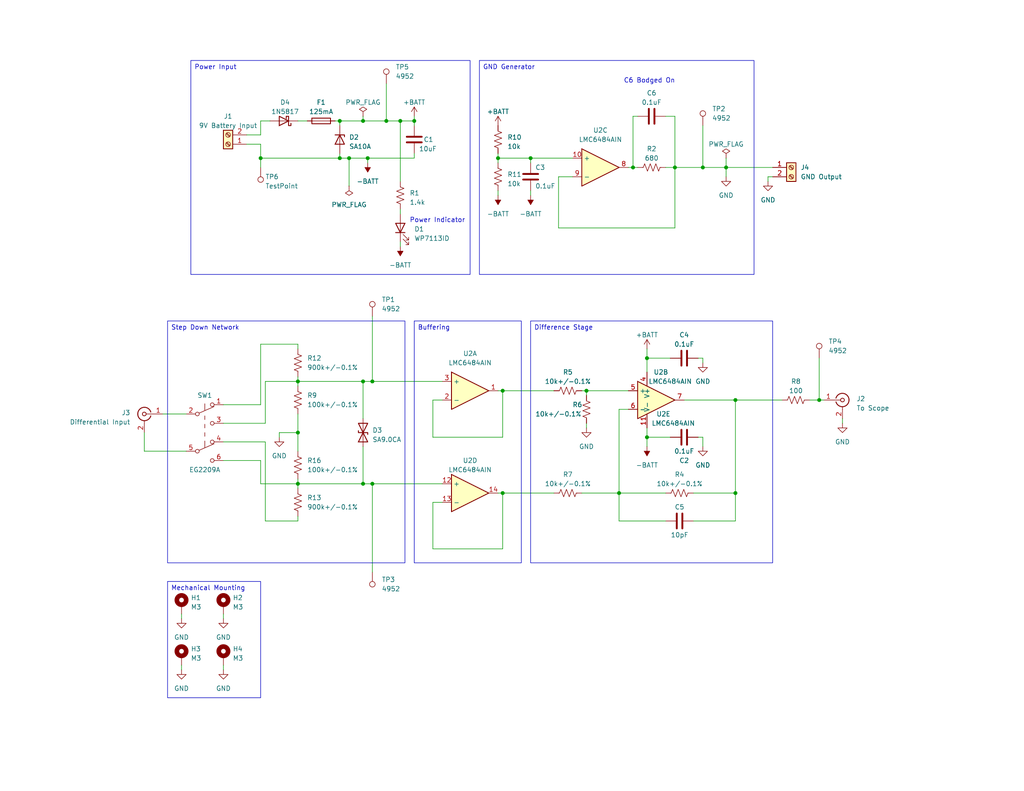
<source format=kicad_sch>
(kicad_sch (version 20230121) (generator eeschema)
  (paper "A")
  (title_block (title "Basic Diff Probe") (date "2023-12-24") (rev "2") (comment 1 "Designed by Marek Newton"))
  (lib_symbols
    (symbol "Connector:Conn_Coaxial" (pin_names (offset 1.016) hide)
      (property "Reference" "J" (at 0.254 3.048 0))
      (property "Value" "Conn_Coaxial" (at 2.921 0 90))
      (symbol "Conn_Coaxial_0_1"
        (arc (start -1.778 -0.508) (mid 0.2311 -1.8066) (end 1.778 0) (stroke (width 0.254)))
        (polyline (pts (xy -2.54 0) (xy -0.508 0)))
        (polyline (pts (xy 0 -2.54) (xy 0 -1.778)))
        (circle (center 0 0) (radius 0.508) (stroke (width 0.2032)))
        (arc (start 1.778 0) (mid 0.2099 1.8101) (end -1.778 0.508) (stroke (width 0.254)))
      )
      (symbol "Conn_Coaxial_1_1"
        (pin passive line (at -5.08 0 0) (length 2.54) (name "In") (number "1"))
        (pin passive line (at 0 -5.08 90) (length 2.54) (name "Ext") (number "2"))
      )
    )
    (symbol "Connector:Screw_Terminal_01x02" (pin_names (offset 1.016) hide)
      (property "Reference" "J" (at 0 2.54 0))
      (property "Value" "Screw_Terminal_01x02" (at 0 -5.08 0))
      (symbol "Screw_Terminal_01x02_1_1"
        (rectangle (start -1.27 1.27) (end 1.27 -3.81) (stroke (width 0.254)) (fill (type background)))
        (circle (center 0 -2.54) (radius 0.635) (stroke (width 0.1524)))
        (polyline (pts (xy -0.5334 -2.2098) (xy 0.3302 -3.048)) (stroke (width 0.1524)))
        (polyline (pts (xy -0.5334 0.3302) (xy 0.3302 -0.508)) (stroke (width 0.1524)))
        (polyline (pts (xy -0.3556 -2.032) (xy 0.508 -2.8702)) (stroke (width 0.1524)))
        (polyline (pts (xy -0.3556 0.508) (xy 0.508 -0.3302)) (stroke (width 0.1524)))
        (circle (center 0 0) (radius 0.635) (stroke (width 0.1524)))
        (pin passive line (at -5.08 0 0) (length 3.81) (name "Pin_1") (number "1"))
        (pin passive line (at -5.08 -2.54 0) (length 3.81) (name "Pin_2") (number "2"))
      )
    )
    (symbol "Connector:TestPoint" (pin_numbers hide) (pin_names (offset 0.762) hide)
      (property "Reference" "TP" (at 0 6.858 0))
      (property "Value" "TestPoint" (at 0 5.08 0))
      (symbol "TestPoint_0_1"
        (circle (center 0 3.302) (radius 0.762))
      )
      (symbol "TestPoint_1_1"
        (pin passive line (at 0 0 90) (length 2.54) (name "1") (number "1"))
      )
    )
    (symbol "Device:C" (pin_numbers hide) (pin_names (offset 0.254))
      (property "Reference" "C" (at 0.635 2.54 0))
      (property "Value" "C" (at 0.635 -2.54 0))
      (symbol "C_0_1"
        (polyline (pts (xy -2.032 -0.762) (xy 2.032 -0.762)) (stroke (width 0.508)))
        (polyline (pts (xy -2.032 0.762) (xy 2.032 0.762)) (stroke (width 0.508)))
      )
      (symbol "C_1_1"
        (pin passive line (at 0 3.81 270) (length 2.794) (name "~") (number "1"))
        (pin passive line (at 0 -3.81 90) (length 2.794) (name "~") (number "2"))
      )
    )
    (symbol "Device:D_TVS" (pin_numbers hide) (pin_names (offset 1.016) hide)
      (property "Reference" "D" (at 0 2.54 0))
      (property "Value" "D_TVS" (at 0 -2.54 0))
      (symbol "D_TVS_0_1"
        (polyline (pts (xy 1.27 0) (xy -1.27 0)))
        (polyline (pts (xy 0.508 1.27) (xy 0 1.27) (xy 0 -1.27) (xy -0.508 -1.27)) (stroke (width 0.254)))
        (polyline (pts (xy -2.54 1.27) (xy -2.54 -1.27) (xy 2.54 1.27) (xy 2.54 -1.27) (xy -2.54 1.27)) (stroke (width 0.254)))
      )
      (symbol "D_TVS_1_1"
        (pin passive line (at -3.81 0 0) (length 2.54) (name "A1") (number "1"))
        (pin passive line (at 3.81 0 180) (length 2.54) (name "A2") (number "2"))
      )
    )
    (symbol "Device:D_Zener" (pin_numbers hide) (pin_names (offset 1.016) hide)
      (property "Reference" "D" (at 0 2.54 0))
      (property "Value" "D_Zener" (at 0 -2.54 0))
      (symbol "D_Zener_0_1"
        (polyline (pts (xy 1.27 0) (xy -1.27 0)))
        (polyline (pts (xy -1.27 -1.27) (xy -1.27 1.27) (xy -0.762 1.27)) (stroke (width 0.254)))
        (polyline (pts (xy 1.27 -1.27) (xy 1.27 1.27) (xy -1.27 0) (xy 1.27 -1.27)) (stroke (width 0.254)))
      )
      (symbol "D_Zener_1_1"
        (pin passive line (at -3.81 0 0) (length 2.54) (name "K") (number "1"))
        (pin passive line (at 3.81 0 180) (length 2.54) (name "A") (number "2"))
      )
    )
    (symbol "Device:Fuse" (pin_numbers hide) (pin_names (offset 0))
      (property "Reference" "F" (at 2.032 0 90))
      (property "Value" "Fuse" (at -1.905 0 90))
      (symbol "Fuse_0_1"
        (rectangle (start -0.762 -2.54) (end 0.762 2.54) (stroke (width 0.254)))
        (polyline (pts (xy 0 2.54) (xy 0 -2.54)))
      )
      (symbol "Fuse_1_1"
        (pin passive line (at 0 3.81 270) (length 1.27) (name "~") (number "1"))
        (pin passive line (at 0 -3.81 90) (length 1.27) (name "~") (number "2"))
      )
    )
    (symbol "Device:LED" (pin_numbers hide) (pin_names (offset 1.016) hide)
      (property "Reference" "D" (at 0 2.54 0))
      (property "Value" "LED" (at 0 -2.54 0))
      (symbol "LED_0_1"
        (polyline (pts (xy -1.27 -1.27) (xy -1.27 1.27)) (stroke (width 0.254)))
        (polyline (pts (xy -1.27 0) (xy 1.27 0)))
        (polyline (pts (xy 1.27 -1.27) (xy 1.27 1.27) (xy -1.27 0) (xy 1.27 -1.27)) (stroke (width 0.254)))
        (polyline (pts (xy -3.048 -0.762) (xy -4.572 -2.286) (xy -3.81 -2.286) (xy -4.572 -2.286) (xy -4.572 -1.524)))
        (polyline (pts (xy -1.778 -0.762) (xy -3.302 -2.286) (xy -2.54 -2.286) (xy -3.302 -2.286) (xy -3.302 -1.524)))
      )
      (symbol "LED_1_1"
        (pin passive line (at -3.81 0 0) (length 2.54) (name "K") (number "1"))
        (pin passive line (at 3.81 0 180) (length 2.54) (name "A") (number "2"))
      )
    )
    (symbol "Device:Opamp_Quad"
      (property "Reference" "U" (at 0 5.08 0))
      (property "Value" "Opamp_Quad" (at 0 -5.08 0))
      (symbol "Opamp_Quad_1_1"
        (polyline (pts (xy -5.08 5.08) (xy 5.08 0) (xy -5.08 -5.08) (xy -5.08 5.08)) (stroke (width 0.254)) (fill (type background)))
        (pin output line (at 7.62 0 180) (length 2.54) (name "~") (number "1"))
        (pin input line (at -7.62 -2.54 0) (length 2.54) (name "-") (number "2"))
        (pin input line (at -7.62 2.54 0) (length 2.54) (name "+") (number "3"))
      )
      (symbol "Opamp_Quad_2_1"
        (polyline (pts (xy -5.08 5.08) (xy 5.08 0) (xy -5.08 -5.08) (xy -5.08 5.08)) (stroke (width 0.254)) (fill (type background)))
        (pin input line (at -7.62 2.54 0) (length 2.54) (name "+") (number "5"))
        (pin input line (at -7.62 -2.54 0) (length 2.54) (name "-") (number "6"))
        (pin output line (at 7.62 0 180) (length 2.54) (name "~") (number "7"))
      )
      (symbol "Opamp_Quad_3_1"
        (polyline (pts (xy -5.08 5.08) (xy 5.08 0) (xy -5.08 -5.08) (xy -5.08 5.08)) (stroke (width 0.254)) (fill (type background)))
        (pin input line (at -7.62 2.54 0) (length 2.54) (name "+") (number "10"))
        (pin output line (at 7.62 0 180) (length 2.54) (name "~") (number "8"))
        (pin input line (at -7.62 -2.54 0) (length 2.54) (name "-") (number "9"))
      )
      (symbol "Opamp_Quad_4_1"
        (polyline (pts (xy -5.08 5.08) (xy 5.08 0) (xy -5.08 -5.08) (xy -5.08 5.08)) (stroke (width 0.254)) (fill (type background)))
        (pin input line (at -7.62 2.54 0) (length 2.54) (name "+") (number "12"))
        (pin input line (at -7.62 -2.54 0) (length 2.54) (name "-") (number "13"))
        (pin output line (at 7.62 0 180) (length 2.54) (name "~") (number "14"))
      )
      (symbol "Opamp_Quad_5_1"
        (pin power_in line (at -2.54 -7.62 90) (length 3.81) (name "V-") (number "11"))
        (pin power_in line (at -2.54 7.62 270) (length 3.81) (name "V+") (number "4"))
      )
    )
    (symbol "Device:R_US" (pin_numbers hide) (pin_names (offset 0))
      (property "Reference" "R" (at 2.54 0 90))
      (property "Value" "R_US" (at -2.54 0 90))
      (symbol "R_US_0_1"
        (polyline (pts (xy 0 -2.286) (xy 0 -2.54)))
        (polyline (pts (xy 0 2.286) (xy 0 2.54)))
        (polyline (pts (xy 0 -0.762) (xy 1.016 -1.143) (xy 0 -1.524) (xy -1.016 -1.905) (xy 0 -2.286)))
        (polyline (pts (xy 0 0.762) (xy 1.016 0.381) (xy 0 0) (xy -1.016 -0.381) (xy 0 -0.762)))
        (polyline (pts (xy 0 2.286) (xy 1.016 1.905) (xy 0 1.524) (xy -1.016 1.143) (xy 0 0.762)))
      )
      (symbol "R_US_1_1"
        (pin passive line (at 0 3.81 270) (length 1.27) (name "~") (number "1"))
        (pin passive line (at 0 -3.81 90) (length 1.27) (name "~") (number "2"))
      )
    )
    (symbol "Diode:1N5817" (pin_numbers hide) (pin_names (offset 1.016) hide)
      (property "Reference" "D" (at 0 2.54 0))
      (property "Value" "1N5817" (at 0 -2.54 0))
      (symbol "1N5817_0_1"
        (polyline (pts (xy 1.27 0) (xy -1.27 0)))
        (polyline (pts (xy 1.27 1.27) (xy 1.27 -1.27) (xy -1.27 0) (xy 1.27 1.27)) (stroke (width 0.254)))
        (polyline (pts (xy -1.905 0.635) (xy -1.905 1.27) (xy -1.27 1.27) (xy -1.27 -1.27) (xy -0.635 -1.27) (xy -0.635 -0.635)) (stroke (width 0.254)))
      )
      (symbol "1N5817_1_1"
        (pin passive line (at -3.81 0 0) (length 2.54) (name "K") (number "1"))
        (pin passive line (at 3.81 0 180) (length 2.54) (name "A") (number "2"))
      )
    )
    (symbol "Mechanical:MountingHole_Pad" (pin_numbers hide) (pin_names (offset 1.016) hide)
      (property "Reference" "H" (at 0 6.35 0))
      (property "Value" "MountingHole_Pad" (at 0 4.445 0))
      (symbol "MountingHole_Pad_0_1"
        (circle (center 0 1.27) (radius 1.27) (stroke (width 1.27)))
      )
      (symbol "MountingHole_Pad_1_1"
        (pin input line (at 0 -2.54 90) (length 2.54) (name "1") (number "1"))
      )
    )
    (symbol "Switch:SW_Push_DPDT" (pin_names (offset 0) hide)
      (property "Reference" "SW" (at 0 8.89 0))
      (property "Value" "SW_Push_DPDT" (at 0 -10.16 0))
      (symbol "SW_Push_DPDT_0_0"
        (circle (center -2.032 -5.08) (radius 0.508))
        (circle (center -2.032 5.08) (radius 0.508))
        (circle (center 2.032 -7.62) (radius 0.508))
        (circle (center 2.032 2.54) (radius 0.508))
      )
      (symbol "SW_Push_DPDT_0_1"
        (polyline (pts (xy -1.524 -4.826) (xy 2.54 -3.048)))
        (polyline (pts (xy -1.524 5.334) (xy 2.54 7.112)))
        (polyline (pts (xy 0 -2.286) (xy 0 -4.064)))
        (polyline (pts (xy 0 -1.016) (xy 0 0)))
        (polyline (pts (xy 0 1.27) (xy 0 2.286)))
        (polyline (pts (xy 0 3.556) (xy 0 4.572)))
        (polyline (pts (xy 0 7.874) (xy 0 6.096)))
        (circle (center 2.032 -2.54) (radius 0.508))
        (circle (center 2.032 7.62) (radius 0.508))
      )
      (symbol "SW_Push_DPDT_1_1"
        (pin passive line (at 5.08 7.62 180) (length 2.54) (name "A") (number "1"))
        (pin passive line (at -5.08 5.08 0) (length 2.54) (name "B") (number "2"))
        (pin passive line (at 5.08 2.54 180) (length 2.54) (name "C") (number "3"))
        (pin passive line (at 5.08 -2.54 180) (length 2.54) (name "A") (number "4"))
        (pin passive line (at -5.08 -5.08 0) (length 2.54) (name "B") (number "5"))
        (pin passive line (at 5.08 -7.62 180) (length 2.54) (name "C") (number "6"))
      )
    )
    (symbol "power:+BATT" (power) (pin_names (offset 0))
      (property "Value" "+BATT" (at 0 3.556 0))
      (symbol "+BATT_0_1"
        (polyline (pts (xy -0.762 1.27) (xy 0 2.54)))
        (polyline (pts (xy 0 0) (xy 0 2.54)))
        (polyline (pts (xy 0 2.54) (xy 0.762 1.27)))
      )
      (symbol "+BATT_1_1"
        (pin power_in line (at 0 0 90) (length 0) hide (name "+BATT") (number "1"))
      )
    )
    (symbol "power:-BATT" (power) (pin_names (offset 0))
      (property "Value" "-BATT" (at 0 3.556 0))
      (symbol "-BATT_0_1"
        (polyline (pts (xy 0 0) (xy 0 2.54)))
        (polyline (pts (xy 0.762 1.27) (xy -0.762 1.27) (xy 0 2.54) (xy 0.762 1.27)) (fill (type outline)))
      )
      (symbol "-BATT_1_1"
        (pin power_in line (at 0 0 90) (length 0) hide (name "-BATT") (number "1"))
      )
    )
    (symbol "power:GND" (power) (pin_names (offset 0))
      (property "Value" "GND" (at 0 -3.81 0))
      (symbol "GND_0_1"
        (polyline (pts (xy 0 0) (xy 0 -1.27) (xy 1.27 -1.27) (xy 0 -2.54) (xy -1.27 -1.27) (xy 0 -1.27)))
      )
      (symbol "GND_1_1"
        (pin power_in line (at 0 0 270) (length 0) hide (name "GND") (number "1"))
      )
    )
    (symbol "power:PWR_FLAG" (power) (pin_numbers hide) (pin_names (offset 0) hide)
      (property "Value" "PWR_FLAG" (at 0 3.81 0))
      (symbol "PWR_FLAG_0_0"
        (pin power_out line (at 0 0 90) (length 0) (name "pwr") (number "1"))
      )
      (symbol "PWR_FLAG_0_1"
        (polyline (pts (xy 0 0) (xy 0 1.27) (xy -1.016 1.905) (xy 0 2.54) (xy 1.016 1.905) (xy 0 1.27)))
      )
    )
  )
  (junction (at 137.16 134.62))
  (junction (at 105.41 33.02))
  (junction (at 92.71 33.02))
  (junction (at 99.06 33.02))
  (junction (at 200.66 109.22))
  (junction (at 172.72 45.72))
  (junction (at 81.28 104.14))
  (junction (at 99.06 132.08))
  (junction (at 113.03 33.02))
  (junction (at 92.71 43.18))
  (junction (at 135.89 43.18))
  (junction (at 81.28 118.11))
  (junction (at 95.25 43.18))
  (junction (at 168.91 134.62))
  (junction (at 101.6 132.08))
  (junction (at 176.53 97.79))
  (junction (at 99.06 104.14))
  (junction (at 137.16 106.68))
  (junction (at 109.22 33.02))
  (junction (at 184.15 45.72))
  (junction (at 200.66 134.62))
  (junction (at 71.12 43.18))
  (junction (at 191.77 45.72))
  (junction (at 100.33 43.18))
  (junction (at 198.12 45.72))
  (junction (at 160.02 106.68))
  (junction (at 176.53 119.38))
  (junction (at 144.78 43.18))
  (junction (at 81.28 132.08))
  (junction (at 223.52 109.22))
  (junction (at 101.6 104.14))
  (wire (pts (xy 67.31 36.83) (xy 71.12 36.83)))
  (wire (pts (xy 76.2 118.11) (xy 81.28 118.11)))
  (wire (pts (xy 60.96 120.65) (xy 72.39 120.65)))
  (wire (pts (xy 152.4 62.23) (xy 184.15 62.23)))
  (wire (pts (xy 81.28 113.03) (xy 81.28 118.11)))
  (wire (pts (xy 101.6 132.08) (xy 120.65 132.08)))
  (wire (pts (xy 81.28 102.87) (xy 81.28 104.14)))
  (wire (pts (xy 118.11 137.16) (xy 118.11 149.86)))
  (wire (pts (xy 135.89 106.68) (xy 137.16 106.68)))
  (wire (pts (xy 135.89 43.18) (xy 135.89 44.45)))
  (wire (pts (xy 81.28 33.02) (xy 83.82 33.02)))
  (wire (pts (xy 81.28 132.08) (xy 99.06 132.08)))
  (wire (pts (xy 71.12 93.98) (xy 81.28 93.98)))
  (wire (pts (xy 72.39 104.14) (xy 81.28 104.14)))
  (wire (pts (xy 191.77 121.92) (xy 191.77 119.38)))
  (wire (pts (xy 71.12 33.02) (xy 73.66 33.02)))
  (wire (pts (xy 99.06 104.14) (xy 101.6 104.14)))
  (wire (pts (xy 71.12 43.18) (xy 71.12 45.72)))
  (wire (pts (xy 137.16 119.38) (xy 137.16 106.68)))
  (wire (pts (xy 152.4 48.26) (xy 152.4 62.23)))
  (wire (pts (xy 181.61 45.72) (xy 184.15 45.72)))
  (wire (pts (xy 158.75 106.68) (xy 160.02 106.68)))
  (wire (pts (xy 71.12 33.02) (xy 71.12 36.83)))
  (wire (pts (xy 160.02 115.57) (xy 160.02 116.84)))
  (wire (pts (xy 81.28 142.24) (xy 81.28 140.97)))
  (wire (pts (xy 76.2 119.38) (xy 76.2 118.11)))
  (wire (pts (xy 95.25 43.18) (xy 92.71 43.18)))
  (wire (pts (xy 71.12 110.49) (xy 71.12 93.98)))
  (wire (pts (xy 72.39 115.57) (xy 72.39 104.14)))
  (wire (pts (xy 184.15 31.75) (xy 184.15 45.72)))
  (wire (pts (xy 172.72 31.75) (xy 173.99 31.75)))
  (wire (pts (xy 168.91 111.76) (xy 168.91 134.62)))
  (wire (pts (xy 95.25 43.18) (xy 95.25 50.8)))
  (wire (pts (xy 198.12 45.72) (xy 210.82 45.72)))
  (wire (pts (xy 105.41 33.02) (xy 109.22 33.02)))
  (wire (pts (xy 171.45 111.76) (xy 168.91 111.76)))
  (wire (pts (xy 81.28 104.14) (xy 99.06 104.14)))
  (wire (pts (xy 39.37 118.11) (xy 39.37 123.19)))
  (wire (pts (xy 81.28 132.08) (xy 81.28 133.35)))
  (wire (pts (xy 120.65 137.16) (xy 118.11 137.16)))
  (wire (pts (xy 135.89 43.18) (xy 144.78 43.18)))
  (wire (pts (xy 71.12 132.08) (xy 71.12 125.73)))
  (wire (pts (xy 91.44 33.02) (xy 92.71 33.02)))
  (wire (pts (xy 81.28 130.81) (xy 81.28 132.08)))
  (wire (pts (xy 92.71 41.91) (xy 92.71 43.18)))
  (wire (pts (xy 109.22 33.02) (xy 113.03 33.02)))
  (wire (pts (xy 113.03 43.18) (xy 100.33 43.18)))
  (wire (pts (xy 144.78 43.18) (xy 156.21 43.18)))
  (wire (pts (xy 99.06 121.92) (xy 99.06 132.08)))
  (wire (pts (xy 168.91 134.62) (xy 168.91 142.24)))
  (wire (pts (xy 184.15 45.72) (xy 191.77 45.72)))
  (wire (pts (xy 223.52 109.22) (xy 224.79 109.22)))
  (wire (pts (xy 200.66 142.24) (xy 200.66 134.62)))
  (wire (pts (xy 176.53 116.84) (xy 176.53 119.38)))
  (wire (pts (xy 135.89 134.62) (xy 137.16 134.62)))
  (wire (pts (xy 135.89 52.07) (xy 135.89 53.34)))
  (wire (pts (xy 92.71 33.02) (xy 92.71 34.29)))
  (wire (pts (xy 81.28 104.14) (xy 81.28 105.41)))
  (wire (pts (xy 109.22 33.02) (xy 109.22 49.53)))
  (wire (pts (xy 120.65 109.22) (xy 118.11 109.22)))
  (wire (pts (xy 113.03 34.29) (xy 113.03 33.02)))
  (wire (pts (xy 191.77 119.38) (xy 190.5 119.38)))
  (wire (pts (xy 171.45 45.72) (xy 172.72 45.72)))
  (wire (pts (xy 176.53 119.38) (xy 176.53 121.92)))
  (wire (pts (xy 168.91 134.62) (xy 181.61 134.62)))
  (wire (pts (xy 220.98 109.22) (xy 223.52 109.22)))
  (wire (pts (xy 99.06 104.14) (xy 99.06 114.3)))
  (wire (pts (xy 60.96 181.61) (xy 60.96 182.88)))
  (wire (pts (xy 156.21 48.26) (xy 152.4 48.26)))
  (wire (pts (xy 118.11 119.38) (xy 137.16 119.38)))
  (wire (pts (xy 92.71 43.18) (xy 71.12 43.18)))
  (wire (pts (xy 81.28 132.08) (xy 71.12 132.08)))
  (wire (pts (xy 113.03 41.91) (xy 113.03 43.18)))
  (wire (pts (xy 72.39 120.65) (xy 72.39 142.24)))
  (wire (pts (xy 189.23 134.62) (xy 200.66 134.62)))
  (wire (pts (xy 191.77 99.06) (xy 191.77 97.79)))
  (wire (pts (xy 39.37 123.19) (xy 50.8 123.19)))
  (wire (pts (xy 81.28 118.11) (xy 81.28 123.19)))
  (wire (pts (xy 99.06 33.02) (xy 105.41 33.02)))
  (wire (pts (xy 92.71 33.02) (xy 99.06 33.02)))
  (wire (pts (xy 137.16 149.86) (xy 137.16 134.62)))
  (wire (pts (xy 100.33 43.18) (xy 95.25 43.18)))
  (wire (pts (xy 223.52 97.79) (xy 223.52 109.22)))
  (wire (pts (xy 60.96 167.64) (xy 60.96 168.91)))
  (wire (pts (xy 198.12 48.26) (xy 198.12 45.72)))
  (wire (pts (xy 176.53 97.79) (xy 182.88 97.79)))
  (wire (pts (xy 200.66 109.22) (xy 213.36 109.22)))
  (wire (pts (xy 184.15 45.72) (xy 184.15 62.23)))
  (wire (pts (xy 99.06 132.08) (xy 101.6 132.08)))
  (wire (pts (xy 186.69 109.22) (xy 200.66 109.22)))
  (wire (pts (xy 176.53 95.25) (xy 176.53 97.79)))
  (wire (pts (xy 168.91 142.24) (xy 181.61 142.24)))
  (wire (pts (xy 135.89 41.91) (xy 135.89 43.18)))
  (wire (pts (xy 158.75 134.62) (xy 168.91 134.62)))
  (wire (pts (xy 101.6 86.36) (xy 101.6 104.14)))
  (wire (pts (xy 137.16 134.62) (xy 151.13 134.62)))
  (wire (pts (xy 67.31 39.37) (xy 71.12 39.37)))
  (wire (pts (xy 60.96 115.57) (xy 72.39 115.57)))
  (wire (pts (xy 101.6 104.14) (xy 120.65 104.14)))
  (wire (pts (xy 189.23 142.24) (xy 200.66 142.24)))
  (wire (pts (xy 49.53 181.61) (xy 49.53 182.88)))
  (wire (pts (xy 60.96 125.73) (xy 71.12 125.73)))
  (wire (pts (xy 198.12 43.18) (xy 198.12 45.72)))
  (wire (pts (xy 176.53 97.79) (xy 176.53 101.6)))
  (wire (pts (xy 181.61 31.75) (xy 184.15 31.75)))
  (wire (pts (xy 191.77 34.29) (xy 191.77 45.72)))
  (wire (pts (xy 49.53 167.64) (xy 49.53 168.91)))
  (wire (pts (xy 118.11 109.22) (xy 118.11 119.38)))
  (wire (pts (xy 44.45 113.03) (xy 50.8 113.03)))
  (wire (pts (xy 105.41 22.86) (xy 105.41 33.02)))
  (wire (pts (xy 144.78 52.07) (xy 144.78 53.34)))
  (wire (pts (xy 137.16 106.68) (xy 151.13 106.68)))
  (wire (pts (xy 109.22 67.31) (xy 109.22 66.04)))
  (wire (pts (xy 60.96 110.49) (xy 71.12 110.49)))
  (wire (pts (xy 99.06 31.75) (xy 99.06 33.02)))
  (wire (pts (xy 144.78 43.18) (xy 144.78 44.45)))
  (wire (pts (xy 118.11 149.86) (xy 137.16 149.86)))
  (wire (pts (xy 190.5 97.79) (xy 191.77 97.79)))
  (wire (pts (xy 200.66 134.62) (xy 200.66 109.22)))
  (wire (pts (xy 160.02 106.68) (xy 160.02 107.95)))
  (wire (pts (xy 172.72 45.72) (xy 173.99 45.72)))
  (wire (pts (xy 229.87 114.3) (xy 229.87 115.57)))
  (wire (pts (xy 100.33 43.18) (xy 100.33 44.45)))
  (wire (pts (xy 172.72 45.72) (xy 172.72 31.75)))
  (wire (pts (xy 209.55 48.26) (xy 209.55 49.53)))
  (wire (pts (xy 72.39 142.24) (xy 81.28 142.24)))
  (wire (pts (xy 191.77 45.72) (xy 198.12 45.72)))
  (wire (pts (xy 71.12 39.37) (xy 71.12 43.18)))
  (wire (pts (xy 160.02 106.68) (xy 171.45 106.68)))
  (wire (pts (xy 210.82 48.26) (xy 209.55 48.26)))
  (wire (pts (xy 81.28 93.98) (xy 81.28 95.25)))
  (wire (pts (xy 101.6 132.08) (xy 101.6 156.21)))
  (wire (pts (xy 182.88 119.38) (xy 176.53 119.38)))
  (wire (pts (xy 113.03 31.75) (xy 113.03 33.02)))
  (wire (pts (xy 109.22 58.42) (xy 109.22 57.15)))
  (text_box "Buffering" (at 113.03 87.63 0) (size 29.21 66.04) (effects (font (size 1.27 1.27)) (justify left top)))
  (text_box "GND Generator" (at 130.81 16.51 0) (size 74.93 58.42) (effects (font (size 1.27 1.27)) (justify left top)))
  (text_box "Power Input" (at 52.07 16.51 0) (size 76.2 58.42) (effects (font (size 1.27 1.27)) (justify left top)))
  (text_box "Step Down Network" (at 45.72 87.63 0) (size 64.77 66.04) (effects (font (size 1.27 1.27)) (justify left top)))
  (text_box "Mechanical Mounting" (at 45.72 158.75 0) (size 25.4 31.75) (effects (font (size 1.27 1.27)) (justify left top)))
  (text_box "Difference Stage" (at 144.78 87.63 0) (size 66.04 66.04) (effects (font (size 1.27 1.27)) (justify left top)))
  (text "C6 Bodged On" (at 170.18 22.86 0) (effects (font (size 1.27 1.27)) (justify left bottom)))
  (text "Power Indicator" (at 111.76 60.96 0) (effects (font (size 1.27 1.27)) (justify left bottom)))
  (symbol (lib_id "power:-BATT") (at 109.22 67.31 180) (unit 1)
    (property "Reference" "#PWR03" (effects hide))
    (property "Value" "-BATT" (at 109.22 72.39 0))
  )
  (symbol (lib_id "power:-BATT") (at 100.33 44.45 180) (unit 1)
    (property "Reference" "#PWR015" (effects hide))
    (property "Value" "-BATT" (at 100.33 49.53 0))
  )
  (symbol (lib_id "power:-BATT") (at 176.53 121.92 180) (unit 1)
    (property "Reference" "#PWR010" (effects hide))
    (property "Value" "-BATT" (at 176.53 127 0))
  )
  (symbol (lib_id "Device:C") (at 177.8 31.75 90) (unit 1)
    (property "Reference" "C6" (at 177.8 25.4 90))
    (property "Value" "0.1uF" (at 177.8 27.94 90))
  )
  (symbol (lib_id "Switch:SW_Push_DPDT") (at 55.88 118.11 0) (unit 1)
    (property "Reference" "SW1" (at 55.88 107.95 0))
    (property "Value" "EG2209A" (at 55.88 128.27 0))
    (property "Footprint" "Diff_Probe_Parts:SW_EG2209A" (effects hide))
  )
  (symbol (lib_id "Device:Opamp_Quad") (at 128.27 106.68 0) (unit 1)
    (property "Reference" "U2" (at 128.27 96.52 0))
    (property "Value" "LMC6484AIN" (at 128.27 99.06 0))
    (property "Footprint" "Package_DIP:DIP-14_W7.62mm" (effects hide))
  )
  (symbol (lib_id "power:-BATT") (at 135.89 53.34 180) (unit 1)
    (property "Reference" "#PWR016" (effects hide))
    (property "Value" "-BATT" (at 135.89 58.42 0))
  )
  (symbol (lib_id "Connector:Conn_Coaxial") (at 229.87 109.22 0) (unit 1)
    (property "Reference" "J2" (at 233.68 108.8782 0) (effects (justify left)))
    (property "Value" "To Scope" (at 233.68 111.4182 0) (effects (justify left)))
    (property "Footprint" "Connector_Coaxial:BNC_Amphenol_031-5539_Vertical" (effects hide))
    (property "Datasheet" " ~" (effects hide))
  )
  (symbol (lib_id "Connector:TestPoint") (at 71.12 45.72 180) (unit 1)
    (property "Reference" "TP6" (at 72.39 48.26 0) (effects (justify right)))
    (property "Value" "TestPoint" (at 72.39 50.8 0) (effects (justify right)))
    (property "Footprint" "TestPoint:TestPoint_THTPad_2.5x2.5mm_Drill1.2mm" (effects hide))
  )
  (symbol (lib_id "Device:R_US") (at 109.22 53.34 0) (unit 1)
    (property "Reference" "R1" (at 111.76 52.705 0) (effects (justify left)))
    (property "Value" "1.4k" (at 111.76 55.245 0) (effects (justify left)))
    (property "Footprint" "Resistor_THT:R_Axial_DIN0207_L6.3mm_D2.5mm_P7.62mm_Horizontal" (effects hide))
  )
  (symbol (lib_id "Connector:TestPoint") (at 105.41 22.86 0) (unit 1)
    (property "Reference" "TP5" (at 107.95 18.288 0) (effects (justify left)))
    (property "Value" "4952" (at 107.95 20.828 0) (effects (justify left)))
    (property "Footprint" "TestPoint:TestPoint_THTPad_2.5x2.5mm_Drill1.2mm" (effects hide))
  )
  (symbol (lib_id "Device:C") (at 185.42 142.24 90) (unit 1)
    (property "Reference" "C5" (at 185.42 138.43 90))
    (property "Value" "10pF" (at 185.42 146.05 90))
    (property "Footprint" "Capacitor_THT:C_Disc_D6.0mm_W2.5mm_P5.00mm" (effects hide))
  )
  (symbol (lib_id "Device:R_US") (at 177.8 45.72 90) (unit 1)
    (property "Reference" "R2" (at 177.8 40.64 90))
    (property "Value" "680" (at 177.8 43.18 90))
    (property "Footprint" "Resistor_THT:R_Axial_DIN0207_L6.3mm_D2.5mm_P7.62mm_Horizontal" (effects hide))
  )
  (symbol (lib_id "Mechanical:MountingHole_Pad") (at 49.53 179.07 0) (unit 1)
    (property "Reference" "H3" (at 52.07 177.165 0) (effects (justify left)))
    (property "Value" "M3" (at 52.07 179.705 0) (effects (justify left)))
    (property "Footprint" "MountingHole:MountingHole_3.2mm_M3_Pad_Via" (effects hide))
  )
  (symbol (lib_id "Device:Opamp_Quad") (at 128.27 134.62 0) (unit 4)
    (property "Reference" "U2" (at 128.27 125.73 0))
    (property "Value" "LMC6484AIN" (at 128.27 128.27 0))
    (property "Footprint" "Package_DIP:DIP-14_W7.62mm" (effects hide))
  )
  (symbol (lib_id "Device:R_US") (at 81.28 99.06 0) (unit 1)
    (property "Reference" "R12" (at 83.82 97.79 0) (effects (justify left)))
    (property "Value" "900k+/-0.1%" (at 83.82 100.33 0) (effects (justify left)))
    (property "Footprint" "Resistor_THT:R_Axial_DIN0207_L6.3mm_D2.5mm_P7.62mm_Horizontal" (effects hide))
  )
  (symbol (lib_id "Connector:TestPoint") (at 101.6 156.21 180) (unit 1)
    (property "Reference" "TP3" (at 104.14 158.242 0) (effects (justify right)))
    (property "Value" "4952" (at 104.14 160.782 0) (effects (justify right)))
    (property "Footprint" "TestPoint:TestPoint_THTPad_2.5x2.5mm_Drill1.2mm" (effects hide))
  )
  (symbol (lib_id "power:PWR_FLAG") (at 99.06 31.75 0) (unit 1)
    (property "Reference" "#FLG01" (effects hide))
    (property "Value" "PWR_FLAG" (at 99.06 27.94 0))
  )
  (symbol (lib_id "power:GND") (at 76.2 119.38 0) (unit 1)
    (property "Reference" "#PWR017" (effects hide))
    (property "Value" "GND" (at 76.2 124.46 0))
  )
  (symbol (lib_id "power:PWR_FLAG") (at 198.12 43.18 0) (unit 1)
    (property "Reference" "#FLG03" (effects hide))
    (property "Value" "PWR_FLAG" (at 198.12 39.37 0))
  )
  (symbol (lib_id "Connector:Screw_Terminal_01x02") (at 62.23 39.37 180) (unit 1)
    (property "Reference" "J1" (at 62.23 31.75 0))
    (property "Value" "9V Battery Input" (at 62.23 34.29 0))
    (property "Footprint" "TerminalBlock_Phoenix:TerminalBlock_Phoenix_MKDS-1,5-2-5.08_1x02_P5.08mm_Horizontal" (effects hide))
  )
  (symbol (lib_id "Device:R_US") (at 81.28 127 0) (unit 1)
    (property "Reference" "R16" (at 83.82 125.73 0) (effects (justify left)))
    (property "Value" "100k+/-0.1%" (at 83.82 128.27 0) (effects (justify left)))
    (property "Footprint" "Resistor_THT:R_Axial_DIN0207_L6.3mm_D2.5mm_P7.62mm_Horizontal" (effects hide))
  )
  (symbol (lib_id "power:GND") (at 60.96 182.88 0) (unit 1)
    (property "Reference" "#PWR012" (effects hide))
    (property "Value" "GND" (at 60.96 187.96 0))
  )
  (symbol (lib_id "Device:D_Zener") (at 92.71 38.1 270) (unit 1)
    (property "Reference" "D2" (at 95.25 37.465 90) (effects (justify left)))
    (property "Value" "SA10A" (at 95.25 40.005 90) (effects (justify left)))
    (property "Footprint" "Diode_THT:D_DO-15_P10.16mm_Horizontal" (effects hide))
  )
  (symbol (lib_id "Device:C") (at 186.69 119.38 270) (mirror x) (unit 1)
    (property "Reference" "C2" (at 186.69 125.73 90))
    (property "Value" "0.1uF" (at 186.69 123.19 90))
    (property "Footprint" "Capacitor_THT:C_Disc_D6.0mm_W2.5mm_P5.00mm" (effects hide))
  )
  (symbol (lib_id "power:GND") (at 49.53 182.88 0) (unit 1)
    (property "Reference" "#PWR011" (effects hide))
    (property "Value" "GND" (at 49.53 187.96 0))
  )
  (symbol (lib_id "Mechanical:MountingHole_Pad") (at 49.53 165.1 0) (unit 1)
    (property "Reference" "H1" (at 52.07 163.195 0) (effects (justify left)))
    (property "Value" "M3" (at 52.07 165.735 0) (effects (justify left)))
    (property "Footprint" "MountingHole:MountingHole_3.2mm_M3_Pad_Via" (effects hide))
  )
  (symbol (lib_id "Device:R_US") (at 81.28 109.22 0) (unit 1)
    (property "Reference" "R9" (at 83.82 107.95 0) (effects (justify left)))
    (property "Value" "100k+/-0.1%" (at 83.82 110.49 0) (effects (justify left)))
    (property "Footprint" "Resistor_THT:R_Axial_DIN0207_L6.3mm_D2.5mm_P7.62mm_Horizontal" (effects hide))
  )
  (symbol (lib_id "Connector:Conn_Coaxial") (at 39.37 113.03 0) (mirror y) (unit 1)
    (property "Reference" "J3" (at 35.56 112.6882 0) (effects (justify left)))
    (property "Value" "Differential Input" (at 35.56 115.2282 0) (effects (justify left)))
    (property "Footprint" "Connector_Coaxial:BNC_Amphenol_031-5539_Vertical" (effects hide))
    (property "Datasheet" " ~" (effects hide))
  )
  (symbol (lib_id "Device:R_US") (at 135.89 48.26 0) (unit 1)
    (property "Reference" "R11" (at 138.43 47.625 0) (effects (justify left)))
    (property "Value" "10k" (at 138.43 50.165 0) (effects (justify left)))
    (property "Footprint" "Resistor_THT:R_Axial_DIN0207_L6.3mm_D2.5mm_P7.62mm_Horizontal" (effects hide))
  )
  (symbol (lib_id "Device:C") (at 144.78 48.26 0) (unit 1)
    (property "Reference" "C3" (at 146.05 45.72 0) (effects (justify left)))
    (property "Value" "0.1uF" (at 146.05 50.8 0) (effects (justify left)))
    (property "Footprint" "Capacitor_THT:C_Disc_D6.0mm_W2.5mm_P5.00mm" (effects hide))
  )
  (symbol (lib_id "power:GND") (at 209.55 49.53 0) (unit 1)
    (property "Reference" "#PWR019" (effects hide))
    (property "Value" "GND" (at 209.55 54.61 0))
  )
  (symbol (lib_id "Device:Opamp_Quad") (at 179.07 109.22 0) (unit 5)
    (property "Reference" "U2" (at 179.07 113.03 0) (effects (justify left)))
    (property "Value" "LMC6484AIN" (at 177.8 115.57 0) (effects (justify left)))
    (property "Footprint" "Package_DIP:DIP-14_W7.62mm" (effects hide))
  )
  (symbol (lib_id "power:GND") (at 160.02 116.84 0) (unit 1)
    (property "Reference" "#PWR013" (effects hide))
    (property "Value" "GND" (at 160.02 121.92 0))
  )
  (symbol (lib_id "Connector:TestPoint") (at 101.6 86.36 0) (unit 1)
    (property "Reference" "TP1" (at 104.14 81.788 0) (effects (justify left)))
    (property "Value" "4952" (at 104.14 84.328 0) (effects (justify left)))
    (property "Footprint" "TestPoint:TestPoint_THTPad_2.5x2.5mm_Drill1.2mm" (effects hide))
  )
  (symbol (lib_id "power:PWR_FLAG") (at 95.25 50.8 180) (unit 1)
    (property "Reference" "#FLG02" (effects hide))
    (property "Value" "PWR_FLAG" (at 95.25 55.88 0))
  )
  (symbol (lib_id "Device:Fuse") (at 87.63 33.02 90) (unit 1)
    (property "Reference" "F1" (at 87.63 27.94 90))
    (property "Value" "125mA" (at 87.63 30.48 90))
    (property "Footprint" "Fuse:Fuse_1206_3216Metric_Pad1.42x1.75mm_HandSolder" (effects hide))
  )
  (symbol (lib_id "Connector:TestPoint") (at 191.77 34.29 0) (unit 1)
    (property "Reference" "TP2" (at 194.31 29.718 0) (effects (justify left)))
    (property "Value" "4952" (at 194.31 32.258 0) (effects (justify left)))
    (property "Footprint" "TestPoint:TestPoint_THTPad_2.5x2.5mm_Drill1.2mm" (effects hide))
  )
  (symbol (lib_id "Device:D_TVS") (at 99.06 118.11 90) (unit 1)
    (property "Reference" "D3" (at 101.6 117.475 90) (effects (justify right)))
    (property "Value" "SA9.0CA" (at 101.6 120.015 90) (effects (justify right)))
    (property "Footprint" "Diode_THT:D_DO-15_P10.16mm_Horizontal" (effects hide))
  )
  (symbol (lib_id "Mechanical:MountingHole_Pad") (at 60.96 179.07 0) (unit 1)
    (property "Reference" "H4" (at 63.5 177.165 0) (effects (justify left)))
    (property "Value" "M3" (at 63.5 179.705 0) (effects (justify left)))
    (property "Footprint" "MountingHole:MountingHole_3.2mm_M3_Pad_Via" (effects hide))
  )
  (symbol (lib_id "Device:R_US") (at 81.28 137.16 0) (unit 1)
    (property "Reference" "R13" (at 83.82 135.89 0) (effects (justify left)))
    (property "Value" "900k+/-0.1%" (at 83.82 138.43 0) (effects (justify left)))
    (property "Footprint" "Resistor_THT:R_Axial_DIN0207_L6.3mm_D2.5mm_P7.62mm_Horizontal" (effects hide))
  )
  (symbol (lib_id "Connector:TestPoint") (at 223.52 97.79 0) (unit 1)
    (property "Reference" "TP4" (at 226.06 93.218 0) (effects (justify left)))
    (property "Value" "4952" (at 226.06 95.758 0) (effects (justify left)))
    (property "Footprint" "TestPoint:TestPoint_THTPad_2.5x2.5mm_Drill1.2mm" (effects hide))
  )
  (symbol (lib_id "power:GND") (at 191.77 99.06 0) (unit 1)
    (property "Reference" "#PWR04" (effects hide))
    (property "Value" "GND" (at 191.77 104.14 0))
  )
  (symbol (lib_id "power:+BATT") (at 176.53 95.25 0) (unit 1)
    (property "Reference" "#PWR05" (effects hide))
    (property "Value" "+BATT" (at 176.53 91.44 0))
  )
  (symbol (lib_id "Device:R_US") (at 185.42 134.62 90) (unit 1)
    (property "Reference" "R4" (at 185.42 129.54 90))
    (property "Value" "10k+/-0.1%" (at 185.42 132.08 90))
    (property "Footprint" "Resistor_THT:R_Axial_DIN0207_L6.3mm_D2.5mm_P7.62mm_Horizontal" (effects hide))
  )
  (symbol (lib_id "Device:C") (at 113.03 38.1 0) (unit 1)
    (property "Reference" "C1" (at 115.57 38.1 0) (effects (justify left)))
    (property "Value" "10uF" (at 114.3 40.64 0) (effects (justify left)))
    (property "Footprint" "Capacitor_THT:C_Disc_D6.0mm_W2.5mm_P5.00mm" (effects hide))
  )
  (symbol (lib_id "Device:R_US") (at 217.17 109.22 90) (unit 1)
    (property "Reference" "R8" (at 217.17 104.14 90))
    (property "Value" "100" (at 217.17 106.68 90))
    (property "Footprint" "Resistor_THT:R_Axial_DIN0207_L6.3mm_D2.5mm_P7.62mm_Horizontal" (effects hide))
  )
  (symbol (lib_id "Device:Opamp_Quad") (at 163.83 45.72 0) (unit 3)
    (property "Reference" "U2" (at 163.83 35.56 0))
    (property "Value" "LMC6484AIN" (at 163.83 38.1 0))
    (property "Footprint" "Package_DIP:DIP-14_W7.62mm" (effects hide))
  )
  (symbol (lib_id "power:+BATT") (at 135.89 34.29 0) (unit 1)
    (property "Reference" "#PWR08" (effects hide))
    (property "Value" "+BATT" (at 135.89 30.48 0))
  )
  (symbol (lib_id "Device:LED") (at 109.22 62.23 90) (unit 1)
    (property "Reference" "D1" (at 113.03 62.5475 90) (effects (justify right)))
    (property "Value" "WP7113ID" (at 113.03 65.0875 90) (effects (justify right)))
    (property "Footprint" "LED_THT:LED_D5.0mm" (effects hide))
  )
  (symbol (lib_id "power:GND") (at 60.96 168.91 0) (unit 1)
    (property "Reference" "#PWR09" (effects hide))
    (property "Value" "GND" (at 60.96 173.99 0))
  )
  (symbol (lib_id "Diode:1N5817") (at 77.47 33.02 180) (unit 1)
    (property "Reference" "D4" (at 77.7875 27.94 0))
    (property "Value" "1N5817" (at 77.7875 30.48 0))
    (property "Footprint" "Diode_THT:D_DO-41_SOD81_P10.16mm_Horizontal" (effects hide))
    (property "Datasheet" "http://www.vishay.com/docs/88525/1n5817.pdf" (effects hide))
  )
  (symbol (lib_id "Device:C") (at 186.69 97.79 270) (mirror x) (unit 1)
    (property "Reference" "C4" (at 186.69 91.44 90))
    (property "Value" "0.1uF" (at 186.69 93.98 90))
    (property "Footprint" "Capacitor_THT:C_Disc_D6.0mm_W2.5mm_P5.00mm" (effects hide))
  )
  (symbol (lib_id "power:GND") (at 49.53 168.91 0) (unit 1)
    (property "Reference" "#PWR06" (effects hide))
    (property "Value" "GND" (at 49.53 173.99 0))
  )
  (symbol (lib_id "power:GND") (at 191.77 121.92 0) (unit 1)
    (property "Reference" "#PWR018" (effects hide))
    (property "Value" "GND" (at 191.77 127 0))
  )
  (symbol (lib_id "Device:R_US") (at 154.94 106.68 90) (unit 1)
    (property "Reference" "R5" (at 154.94 101.6 90))
    (property "Value" "10k+/-0.1%" (at 154.94 104.14 90))
    (property "Footprint" "Resistor_THT:R_Axial_DIN0207_L6.3mm_D2.5mm_P7.62mm_Horizontal" (effects hide))
  )
  (symbol (lib_id "Device:R_US") (at 135.89 38.1 0) (unit 1)
    (property "Reference" "R10" (at 138.43 37.465 0) (effects (justify left)))
    (property "Value" "10k" (at 138.43 40.005 0) (effects (justify left)))
    (property "Footprint" "Resistor_THT:R_Axial_DIN0207_L6.3mm_D2.5mm_P7.62mm_Horizontal" (effects hide))
  )
  (symbol (lib_id "power:GND") (at 229.87 115.57 0) (unit 1)
    (property "Reference" "#PWR014" (effects hide))
    (property "Value" "GND" (at 229.87 120.65 0))
  )
  (symbol (lib_id "Device:R_US") (at 154.94 134.62 90) (unit 1)
    (property "Reference" "R7" (at 154.94 129.54 90))
    (property "Value" "10k+/-0.1%" (at 154.94 132.08 90))
    (property "Footprint" "Resistor_THT:R_Axial_DIN0207_L6.3mm_D2.5mm_P7.62mm_Horizontal" (effects hide))
  )
  (symbol (lib_id "power:-BATT") (at 144.78 53.34 180) (unit 1)
    (property "Reference" "#PWR07" (effects hide))
    (property "Value" "-BATT" (at 144.78 58.42 0))
  )
  (symbol (lib_id "Device:Opamp_Quad") (at 179.07 109.22 0) (unit 2)
    (property "Reference" "U2" (at 180.34 101.6 0))
    (property "Value" "LMC6484AIN" (at 182.88 104.14 0))
    (property "Footprint" "Package_DIP:DIP-14_W7.62mm" (effects hide))
  )
  (symbol (lib_id "Mechanical:MountingHole_Pad") (at 60.96 165.1 0) (unit 1)
    (property "Reference" "H2" (at 63.5 163.195 0) (effects (justify left)))
    (property "Value" "M3" (at 63.5 165.735 0) (effects (justify left)))
    (property "Footprint" "MountingHole:MountingHole_3.2mm_M3_Pad_Via" (effects hide))
  )
  (symbol (lib_id "power:+BATT") (at 113.03 31.75 0) (unit 1)
    (property "Reference" "#PWR01" (effects hide))
    (property "Value" "+BATT" (at 113.03 27.94 0))
  )
  (symbol (lib_id "Device:R_US") (at 160.02 111.76 0) (unit 1)
    (property "Reference" "R6" (at 156.21 110.49 0) (effects (justify left)))
    (property "Value" "10k+/-0.1%" (at 146.05 113.03 0) (effects (justify left)))
    (property "Footprint" "Resistor_THT:R_Axial_DIN0207_L6.3mm_D2.5mm_P7.62mm_Horizontal" (effects hide))
  )
  (symbol (lib_id "power:GND") (at 198.12 48.26 0) (unit 1)
    (property "Reference" "#PWR02" (effects hide))
    (property "Value" "GND" (at 198.12 53.34 0))
  )
  (symbol (lib_id "Connector:Screw_Terminal_01x02") (at 215.9 45.72 0) (unit 1)
    (property "Reference" "J4" (at 218.44 45.72 0) (effects (justify left)))
    (property "Value" "GND Output" (at 218.44 48.26 0) (effects (justify left)))
    (property "Footprint" "TerminalBlock_Phoenix:TerminalBlock_Phoenix_MKDS-1,5-2-5.08_1x02_P5.08mm_Horizontal" (effects hide))
  )
)
</source>
